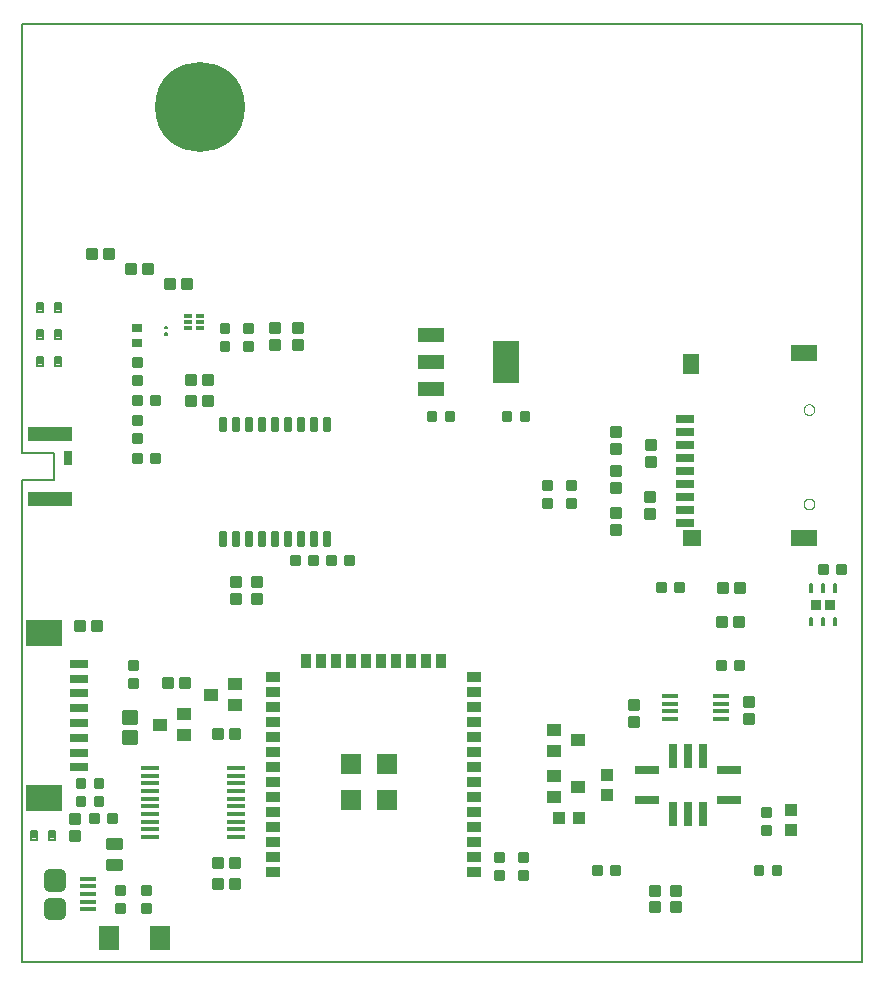
<source format=gtp>
G75*
%MOIN*%
%OFA0B0*%
%FSLAX25Y25*%
%IPPOS*%
%LPD*%
%AMOC8*
5,1,8,0,0,1.08239X$1,22.5*
%
%ADD10C,0.00600*%
%ADD11R,0.04724X0.03543*%
%ADD12R,0.03543X0.04724*%
%ADD13R,0.07000X0.07000*%
%ADD14R,0.03660X0.03824*%
%ADD15R,0.03667X0.03822*%
%ADD16C,0.00827*%
%ADD17R,0.06299X0.02756*%
%ADD18R,0.06299X0.05512*%
%ADD19R,0.08661X0.05512*%
%ADD20R,0.05512X0.07087*%
%ADD21C,0.00000*%
%ADD22C,0.01250*%
%ADD23R,0.02953X0.01181*%
%ADD24R,0.02953X0.04724*%
%ADD25R,0.14961X0.04528*%
%ADD26C,0.00550*%
%ADD27C,0.30000*%
%ADD28R,0.12205X0.08661*%
%ADD29R,0.06299X0.03150*%
%ADD30C,0.03740*%
%ADD31R,0.05315X0.01575*%
%ADD32C,0.01000*%
%ADD33C,0.00875*%
%ADD34R,0.03543X0.02756*%
%ADD35R,0.04500X0.04000*%
%ADD36R,0.09000X0.05000*%
%ADD37R,0.08500X0.14000*%
%ADD38R,0.05906X0.01575*%
%ADD39R,0.07000X0.08000*%
%ADD40R,0.07874X0.02756*%
%ADD41R,0.02756X0.07874*%
%ADD42R,0.04331X0.03937*%
%ADD43R,0.03937X0.04331*%
%ADD44C,0.00750*%
%ADD45R,0.05709X0.01772*%
D10*
X0011353Y0001400D02*
X0011353Y0161900D01*
X0022103Y0161900D01*
X0022103Y0170900D01*
X0011353Y0170900D01*
X0011353Y0313900D01*
X0291353Y0313900D01*
X0291353Y0001400D01*
X0011353Y0001400D01*
D11*
X0095138Y0031215D03*
X0095138Y0036215D03*
X0095138Y0041215D03*
X0095138Y0046215D03*
X0095138Y0051215D03*
X0095138Y0056215D03*
X0095138Y0061215D03*
X0095138Y0066215D03*
X0095138Y0071215D03*
X0095138Y0076215D03*
X0095138Y0081215D03*
X0095138Y0086215D03*
X0095138Y0091215D03*
X0095138Y0096215D03*
X0162068Y0096215D03*
X0162068Y0091215D03*
X0162068Y0086215D03*
X0162068Y0081215D03*
X0162068Y0076215D03*
X0162068Y0071215D03*
X0162068Y0066215D03*
X0162068Y0061215D03*
X0162068Y0056215D03*
X0162068Y0051215D03*
X0162068Y0046215D03*
X0162068Y0041215D03*
X0162068Y0036215D03*
X0162068Y0031215D03*
D12*
X0151044Y0101687D03*
X0146044Y0101687D03*
X0141044Y0101687D03*
X0136044Y0101687D03*
X0131044Y0101687D03*
X0126044Y0101687D03*
X0121044Y0101687D03*
X0116044Y0101687D03*
X0111044Y0101687D03*
X0106044Y0101687D03*
D13*
X0121103Y0067400D03*
X0121103Y0055400D03*
X0133103Y0055400D03*
X0133103Y0067400D03*
D14*
X0276167Y0120397D03*
D15*
X0280541Y0120399D03*
D16*
X0281876Y0124770D02*
X0281876Y0127330D01*
X0282704Y0127330D01*
X0282704Y0124770D01*
X0281876Y0124770D01*
X0281876Y0125596D02*
X0282704Y0125596D01*
X0282704Y0126422D02*
X0281876Y0126422D01*
X0281876Y0127248D02*
X0282704Y0127248D01*
X0277939Y0127330D02*
X0277939Y0124770D01*
X0277939Y0127330D02*
X0278767Y0127330D01*
X0278767Y0124770D01*
X0277939Y0124770D01*
X0277939Y0125596D02*
X0278767Y0125596D01*
X0278767Y0126422D02*
X0277939Y0126422D01*
X0277939Y0127248D02*
X0278767Y0127248D01*
X0274002Y0127330D02*
X0274002Y0124770D01*
X0274002Y0127330D02*
X0274830Y0127330D01*
X0274830Y0124770D01*
X0274002Y0124770D01*
X0274002Y0125596D02*
X0274830Y0125596D01*
X0274830Y0126422D02*
X0274002Y0126422D01*
X0274002Y0127248D02*
X0274830Y0127248D01*
X0274830Y0116030D02*
X0274830Y0113470D01*
X0274002Y0113470D01*
X0274002Y0116030D01*
X0274830Y0116030D01*
X0274830Y0114296D02*
X0274002Y0114296D01*
X0274002Y0115122D02*
X0274830Y0115122D01*
X0274830Y0115948D02*
X0274002Y0115948D01*
X0278767Y0116030D02*
X0278767Y0113470D01*
X0277939Y0113470D01*
X0277939Y0116030D01*
X0278767Y0116030D01*
X0278767Y0114296D02*
X0277939Y0114296D01*
X0277939Y0115122D02*
X0278767Y0115122D01*
X0278767Y0115948D02*
X0277939Y0115948D01*
X0282704Y0116030D02*
X0282704Y0113470D01*
X0281876Y0113470D01*
X0281876Y0116030D01*
X0282704Y0116030D01*
X0282704Y0114296D02*
X0281876Y0114296D01*
X0281876Y0115122D02*
X0282704Y0115122D01*
X0282704Y0115948D02*
X0281876Y0115948D01*
D17*
X0232353Y0147613D03*
X0232353Y0151943D03*
X0232353Y0156274D03*
X0232353Y0160605D03*
X0232353Y0164935D03*
X0232353Y0169266D03*
X0232353Y0173597D03*
X0232353Y0177928D03*
X0232353Y0182258D03*
D18*
X0234715Y0142494D03*
D19*
X0272117Y0142494D03*
X0272117Y0204306D03*
D20*
X0234322Y0200762D03*
D21*
X0271920Y0185408D02*
X0271922Y0185492D01*
X0271928Y0185575D01*
X0271938Y0185658D01*
X0271952Y0185741D01*
X0271969Y0185823D01*
X0271991Y0185904D01*
X0272016Y0185983D01*
X0272045Y0186062D01*
X0272078Y0186139D01*
X0272114Y0186214D01*
X0272154Y0186288D01*
X0272197Y0186360D01*
X0272244Y0186429D01*
X0272294Y0186496D01*
X0272347Y0186561D01*
X0272403Y0186623D01*
X0272461Y0186683D01*
X0272523Y0186740D01*
X0272587Y0186793D01*
X0272654Y0186844D01*
X0272723Y0186891D01*
X0272794Y0186936D01*
X0272867Y0186976D01*
X0272942Y0187013D01*
X0273019Y0187047D01*
X0273097Y0187077D01*
X0273176Y0187103D01*
X0273257Y0187126D01*
X0273339Y0187144D01*
X0273421Y0187159D01*
X0273504Y0187170D01*
X0273587Y0187177D01*
X0273671Y0187180D01*
X0273755Y0187179D01*
X0273838Y0187174D01*
X0273922Y0187165D01*
X0274004Y0187152D01*
X0274086Y0187136D01*
X0274167Y0187115D01*
X0274248Y0187091D01*
X0274326Y0187063D01*
X0274404Y0187031D01*
X0274480Y0186995D01*
X0274554Y0186956D01*
X0274626Y0186914D01*
X0274696Y0186868D01*
X0274764Y0186819D01*
X0274829Y0186767D01*
X0274892Y0186712D01*
X0274952Y0186654D01*
X0275010Y0186593D01*
X0275064Y0186529D01*
X0275116Y0186463D01*
X0275164Y0186395D01*
X0275209Y0186324D01*
X0275250Y0186251D01*
X0275289Y0186177D01*
X0275323Y0186101D01*
X0275354Y0186023D01*
X0275381Y0185944D01*
X0275405Y0185863D01*
X0275424Y0185782D01*
X0275440Y0185700D01*
X0275452Y0185617D01*
X0275460Y0185533D01*
X0275464Y0185450D01*
X0275464Y0185366D01*
X0275460Y0185283D01*
X0275452Y0185199D01*
X0275440Y0185116D01*
X0275424Y0185034D01*
X0275405Y0184953D01*
X0275381Y0184872D01*
X0275354Y0184793D01*
X0275323Y0184715D01*
X0275289Y0184639D01*
X0275250Y0184565D01*
X0275209Y0184492D01*
X0275164Y0184421D01*
X0275116Y0184353D01*
X0275064Y0184287D01*
X0275010Y0184223D01*
X0274952Y0184162D01*
X0274892Y0184104D01*
X0274829Y0184049D01*
X0274764Y0183997D01*
X0274696Y0183948D01*
X0274626Y0183902D01*
X0274554Y0183860D01*
X0274480Y0183821D01*
X0274404Y0183785D01*
X0274326Y0183753D01*
X0274248Y0183725D01*
X0274167Y0183701D01*
X0274086Y0183680D01*
X0274004Y0183664D01*
X0273922Y0183651D01*
X0273838Y0183642D01*
X0273755Y0183637D01*
X0273671Y0183636D01*
X0273587Y0183639D01*
X0273504Y0183646D01*
X0273421Y0183657D01*
X0273339Y0183672D01*
X0273257Y0183690D01*
X0273176Y0183713D01*
X0273097Y0183739D01*
X0273019Y0183769D01*
X0272942Y0183803D01*
X0272867Y0183840D01*
X0272794Y0183880D01*
X0272723Y0183925D01*
X0272654Y0183972D01*
X0272587Y0184023D01*
X0272523Y0184076D01*
X0272461Y0184133D01*
X0272403Y0184193D01*
X0272347Y0184255D01*
X0272294Y0184320D01*
X0272244Y0184387D01*
X0272197Y0184456D01*
X0272154Y0184528D01*
X0272114Y0184602D01*
X0272078Y0184677D01*
X0272045Y0184754D01*
X0272016Y0184833D01*
X0271991Y0184912D01*
X0271969Y0184993D01*
X0271952Y0185075D01*
X0271938Y0185158D01*
X0271928Y0185241D01*
X0271922Y0185324D01*
X0271920Y0185408D01*
X0271920Y0153912D02*
X0271922Y0153996D01*
X0271928Y0154079D01*
X0271938Y0154162D01*
X0271952Y0154245D01*
X0271969Y0154327D01*
X0271991Y0154408D01*
X0272016Y0154487D01*
X0272045Y0154566D01*
X0272078Y0154643D01*
X0272114Y0154718D01*
X0272154Y0154792D01*
X0272197Y0154864D01*
X0272244Y0154933D01*
X0272294Y0155000D01*
X0272347Y0155065D01*
X0272403Y0155127D01*
X0272461Y0155187D01*
X0272523Y0155244D01*
X0272587Y0155297D01*
X0272654Y0155348D01*
X0272723Y0155395D01*
X0272794Y0155440D01*
X0272867Y0155480D01*
X0272942Y0155517D01*
X0273019Y0155551D01*
X0273097Y0155581D01*
X0273176Y0155607D01*
X0273257Y0155630D01*
X0273339Y0155648D01*
X0273421Y0155663D01*
X0273504Y0155674D01*
X0273587Y0155681D01*
X0273671Y0155684D01*
X0273755Y0155683D01*
X0273838Y0155678D01*
X0273922Y0155669D01*
X0274004Y0155656D01*
X0274086Y0155640D01*
X0274167Y0155619D01*
X0274248Y0155595D01*
X0274326Y0155567D01*
X0274404Y0155535D01*
X0274480Y0155499D01*
X0274554Y0155460D01*
X0274626Y0155418D01*
X0274696Y0155372D01*
X0274764Y0155323D01*
X0274829Y0155271D01*
X0274892Y0155216D01*
X0274952Y0155158D01*
X0275010Y0155097D01*
X0275064Y0155033D01*
X0275116Y0154967D01*
X0275164Y0154899D01*
X0275209Y0154828D01*
X0275250Y0154755D01*
X0275289Y0154681D01*
X0275323Y0154605D01*
X0275354Y0154527D01*
X0275381Y0154448D01*
X0275405Y0154367D01*
X0275424Y0154286D01*
X0275440Y0154204D01*
X0275452Y0154121D01*
X0275460Y0154037D01*
X0275464Y0153954D01*
X0275464Y0153870D01*
X0275460Y0153787D01*
X0275452Y0153703D01*
X0275440Y0153620D01*
X0275424Y0153538D01*
X0275405Y0153457D01*
X0275381Y0153376D01*
X0275354Y0153297D01*
X0275323Y0153219D01*
X0275289Y0153143D01*
X0275250Y0153069D01*
X0275209Y0152996D01*
X0275164Y0152925D01*
X0275116Y0152857D01*
X0275064Y0152791D01*
X0275010Y0152727D01*
X0274952Y0152666D01*
X0274892Y0152608D01*
X0274829Y0152553D01*
X0274764Y0152501D01*
X0274696Y0152452D01*
X0274626Y0152406D01*
X0274554Y0152364D01*
X0274480Y0152325D01*
X0274404Y0152289D01*
X0274326Y0152257D01*
X0274248Y0152229D01*
X0274167Y0152205D01*
X0274086Y0152184D01*
X0274004Y0152168D01*
X0273922Y0152155D01*
X0273838Y0152146D01*
X0273755Y0152141D01*
X0273671Y0152140D01*
X0273587Y0152143D01*
X0273504Y0152150D01*
X0273421Y0152161D01*
X0273339Y0152176D01*
X0273257Y0152194D01*
X0273176Y0152217D01*
X0273097Y0152243D01*
X0273019Y0152273D01*
X0272942Y0152307D01*
X0272867Y0152344D01*
X0272794Y0152384D01*
X0272723Y0152429D01*
X0272654Y0152476D01*
X0272587Y0152527D01*
X0272523Y0152580D01*
X0272461Y0152637D01*
X0272403Y0152697D01*
X0272347Y0152759D01*
X0272294Y0152824D01*
X0272244Y0152891D01*
X0272197Y0152960D01*
X0272154Y0153032D01*
X0272114Y0153106D01*
X0272078Y0153181D01*
X0272045Y0153258D01*
X0272016Y0153337D01*
X0271991Y0153416D01*
X0271969Y0153497D01*
X0271952Y0153579D01*
X0271938Y0153662D01*
X0271928Y0153745D01*
X0271922Y0153828D01*
X0271920Y0153912D01*
X0022034Y0161872D02*
X0011404Y0161872D01*
X0011404Y0127817D01*
X0022034Y0161872D02*
X0022034Y0170928D01*
X0011404Y0170928D01*
X0011404Y0186872D01*
D22*
X0077655Y0182369D02*
X0077655Y0178619D01*
X0077655Y0182369D02*
X0078905Y0182369D01*
X0078905Y0178619D01*
X0077655Y0178619D01*
X0077655Y0179868D02*
X0078905Y0179868D01*
X0078905Y0181117D02*
X0077655Y0181117D01*
X0077655Y0182366D02*
X0078905Y0182366D01*
X0081986Y0182369D02*
X0081986Y0178619D01*
X0081986Y0182369D02*
X0083236Y0182369D01*
X0083236Y0178619D01*
X0081986Y0178619D01*
X0081986Y0179868D02*
X0083236Y0179868D01*
X0083236Y0181117D02*
X0081986Y0181117D01*
X0081986Y0182366D02*
X0083236Y0182366D01*
X0086317Y0182369D02*
X0086317Y0178619D01*
X0086317Y0182369D02*
X0087567Y0182369D01*
X0087567Y0178619D01*
X0086317Y0178619D01*
X0086317Y0179868D02*
X0087567Y0179868D01*
X0087567Y0181117D02*
X0086317Y0181117D01*
X0086317Y0182366D02*
X0087567Y0182366D01*
X0090647Y0182369D02*
X0090647Y0178619D01*
X0090647Y0182369D02*
X0091897Y0182369D01*
X0091897Y0178619D01*
X0090647Y0178619D01*
X0090647Y0179868D02*
X0091897Y0179868D01*
X0091897Y0181117D02*
X0090647Y0181117D01*
X0090647Y0182366D02*
X0091897Y0182366D01*
X0094978Y0182369D02*
X0094978Y0178619D01*
X0094978Y0182369D02*
X0096228Y0182369D01*
X0096228Y0178619D01*
X0094978Y0178619D01*
X0094978Y0179868D02*
X0096228Y0179868D01*
X0096228Y0181117D02*
X0094978Y0181117D01*
X0094978Y0182366D02*
X0096228Y0182366D01*
X0099309Y0182369D02*
X0099309Y0178619D01*
X0099309Y0182369D02*
X0100559Y0182369D01*
X0100559Y0178619D01*
X0099309Y0178619D01*
X0099309Y0179868D02*
X0100559Y0179868D01*
X0100559Y0181117D02*
X0099309Y0181117D01*
X0099309Y0182366D02*
X0100559Y0182366D01*
X0103639Y0182369D02*
X0103639Y0178619D01*
X0103639Y0182369D02*
X0104889Y0182369D01*
X0104889Y0178619D01*
X0103639Y0178619D01*
X0103639Y0179868D02*
X0104889Y0179868D01*
X0104889Y0181117D02*
X0103639Y0181117D01*
X0103639Y0182366D02*
X0104889Y0182366D01*
X0107970Y0182369D02*
X0107970Y0178619D01*
X0107970Y0182369D02*
X0109220Y0182369D01*
X0109220Y0178619D01*
X0107970Y0178619D01*
X0107970Y0179868D02*
X0109220Y0179868D01*
X0109220Y0181117D02*
X0107970Y0181117D01*
X0107970Y0182366D02*
X0109220Y0182366D01*
X0112301Y0182369D02*
X0112301Y0178619D01*
X0112301Y0182369D02*
X0113551Y0182369D01*
X0113551Y0178619D01*
X0112301Y0178619D01*
X0112301Y0179868D02*
X0113551Y0179868D01*
X0113551Y0181117D02*
X0112301Y0181117D01*
X0112301Y0182366D02*
X0113551Y0182366D01*
X0112301Y0144181D02*
X0112301Y0140431D01*
X0112301Y0144181D02*
X0113551Y0144181D01*
X0113551Y0140431D01*
X0112301Y0140431D01*
X0112301Y0141680D02*
X0113551Y0141680D01*
X0113551Y0142929D02*
X0112301Y0142929D01*
X0112301Y0144178D02*
X0113551Y0144178D01*
X0107970Y0144181D02*
X0107970Y0140431D01*
X0107970Y0144181D02*
X0109220Y0144181D01*
X0109220Y0140431D01*
X0107970Y0140431D01*
X0107970Y0141680D02*
X0109220Y0141680D01*
X0109220Y0142929D02*
X0107970Y0142929D01*
X0107970Y0144178D02*
X0109220Y0144178D01*
X0103639Y0144181D02*
X0103639Y0140431D01*
X0103639Y0144181D02*
X0104889Y0144181D01*
X0104889Y0140431D01*
X0103639Y0140431D01*
X0103639Y0141680D02*
X0104889Y0141680D01*
X0104889Y0142929D02*
X0103639Y0142929D01*
X0103639Y0144178D02*
X0104889Y0144178D01*
X0099309Y0144181D02*
X0099309Y0140431D01*
X0099309Y0144181D02*
X0100559Y0144181D01*
X0100559Y0140431D01*
X0099309Y0140431D01*
X0099309Y0141680D02*
X0100559Y0141680D01*
X0100559Y0142929D02*
X0099309Y0142929D01*
X0099309Y0144178D02*
X0100559Y0144178D01*
X0094978Y0144181D02*
X0094978Y0140431D01*
X0094978Y0144181D02*
X0096228Y0144181D01*
X0096228Y0140431D01*
X0094978Y0140431D01*
X0094978Y0141680D02*
X0096228Y0141680D01*
X0096228Y0142929D02*
X0094978Y0142929D01*
X0094978Y0144178D02*
X0096228Y0144178D01*
X0090647Y0144181D02*
X0090647Y0140431D01*
X0090647Y0144181D02*
X0091897Y0144181D01*
X0091897Y0140431D01*
X0090647Y0140431D01*
X0090647Y0141680D02*
X0091897Y0141680D01*
X0091897Y0142929D02*
X0090647Y0142929D01*
X0090647Y0144178D02*
X0091897Y0144178D01*
X0086317Y0144181D02*
X0086317Y0140431D01*
X0086317Y0144181D02*
X0087567Y0144181D01*
X0087567Y0140431D01*
X0086317Y0140431D01*
X0086317Y0141680D02*
X0087567Y0141680D01*
X0087567Y0142929D02*
X0086317Y0142929D01*
X0086317Y0144178D02*
X0087567Y0144178D01*
X0081986Y0144181D02*
X0081986Y0140431D01*
X0081986Y0144181D02*
X0083236Y0144181D01*
X0083236Y0140431D01*
X0081986Y0140431D01*
X0081986Y0141680D02*
X0083236Y0141680D01*
X0083236Y0142929D02*
X0081986Y0142929D01*
X0081986Y0144178D02*
X0083236Y0144178D01*
X0077655Y0144181D02*
X0077655Y0140431D01*
X0077655Y0144181D02*
X0078905Y0144181D01*
X0078905Y0140431D01*
X0077655Y0140431D01*
X0077655Y0141680D02*
X0078905Y0141680D01*
X0078905Y0142929D02*
X0077655Y0142929D01*
X0077655Y0144178D02*
X0078905Y0144178D01*
X0049478Y0084562D02*
X0049478Y0080812D01*
X0045228Y0080812D01*
X0045228Y0084562D01*
X0049478Y0084562D01*
X0049478Y0082061D02*
X0045228Y0082061D01*
X0045228Y0083310D02*
X0049478Y0083310D01*
X0049478Y0084559D02*
X0045228Y0084559D01*
X0049478Y0077988D02*
X0049478Y0074238D01*
X0045228Y0074238D01*
X0045228Y0077988D01*
X0049478Y0077988D01*
X0049478Y0075487D02*
X0045228Y0075487D01*
X0045228Y0076736D02*
X0049478Y0076736D01*
X0049478Y0077985D02*
X0045228Y0077985D01*
D23*
X0066634Y0212681D03*
X0066634Y0214650D03*
X0066634Y0216619D03*
X0070572Y0216619D03*
X0070572Y0214650D03*
X0070572Y0212681D03*
D24*
X0026857Y0169156D03*
D25*
X0020853Y0177128D03*
X0020853Y0155672D03*
D26*
X0059703Y0210275D02*
X0059703Y0210825D01*
X0059703Y0210275D02*
X0059003Y0210275D01*
X0059003Y0210825D01*
X0059703Y0210825D01*
X0059703Y0210824D02*
X0059003Y0210824D01*
X0059703Y0212475D02*
X0059703Y0213025D01*
X0059703Y0212475D02*
X0059003Y0212475D01*
X0059003Y0213025D01*
X0059703Y0213025D01*
X0059703Y0213024D02*
X0059003Y0213024D01*
D27*
X0070853Y0286150D03*
D28*
X0018849Y0110861D03*
X0018849Y0055939D03*
D29*
X0030503Y0066176D03*
X0030503Y0071097D03*
X0030503Y0076018D03*
X0030503Y0080939D03*
X0030503Y0085861D03*
X0030503Y0090782D03*
X0030503Y0095703D03*
X0030503Y0100624D03*
D30*
X0023973Y0026754D02*
X0020233Y0026754D01*
X0020233Y0030494D01*
X0023973Y0030494D01*
X0023973Y0026754D01*
X0023973Y0030493D02*
X0020233Y0030493D01*
X0020233Y0017306D02*
X0023973Y0017306D01*
X0020233Y0017306D02*
X0020233Y0021046D01*
X0023973Y0021046D01*
X0023973Y0017306D01*
X0023973Y0021045D02*
X0020233Y0021045D01*
D31*
X0033422Y0021341D03*
X0033422Y0023900D03*
X0033422Y0026459D03*
X0033422Y0029018D03*
X0033422Y0018782D03*
D32*
X0044267Y0032396D02*
X0044267Y0035396D01*
X0044267Y0032396D02*
X0039767Y0032396D01*
X0039767Y0035396D01*
X0044267Y0035396D01*
X0044267Y0033395D02*
X0039767Y0033395D01*
X0039767Y0034394D02*
X0044267Y0034394D01*
X0044267Y0035393D02*
X0039767Y0035393D01*
X0044267Y0039396D02*
X0044267Y0042396D01*
X0044267Y0039396D02*
X0039767Y0039396D01*
X0039767Y0042396D01*
X0044267Y0042396D01*
X0044267Y0040395D02*
X0039767Y0040395D01*
X0039767Y0041394D02*
X0044267Y0041394D01*
X0044267Y0042393D02*
X0039767Y0042393D01*
X0027353Y0041863D02*
X0027353Y0044863D01*
X0030353Y0044863D01*
X0030353Y0041863D01*
X0027353Y0041863D01*
X0027353Y0042862D02*
X0030353Y0042862D01*
X0030353Y0043861D02*
X0027353Y0043861D01*
X0027353Y0044860D02*
X0030353Y0044860D01*
X0027353Y0047437D02*
X0027353Y0050437D01*
X0030353Y0050437D01*
X0030353Y0047437D01*
X0027353Y0047437D01*
X0027353Y0048436D02*
X0030353Y0048436D01*
X0030353Y0049435D02*
X0027353Y0049435D01*
X0027353Y0050434D02*
X0030353Y0050434D01*
X0058316Y0092900D02*
X0061316Y0092900D01*
X0058316Y0092900D02*
X0058316Y0095900D01*
X0061316Y0095900D01*
X0061316Y0092900D01*
X0061316Y0093899D02*
X0058316Y0093899D01*
X0058316Y0094898D02*
X0061316Y0094898D01*
X0061316Y0095897D02*
X0058316Y0095897D01*
X0063890Y0092900D02*
X0066890Y0092900D01*
X0063890Y0092900D02*
X0063890Y0095900D01*
X0066890Y0095900D01*
X0066890Y0092900D01*
X0066890Y0093899D02*
X0063890Y0093899D01*
X0063890Y0094898D02*
X0066890Y0094898D01*
X0066890Y0095897D02*
X0063890Y0095897D01*
X0075066Y0075900D02*
X0078066Y0075900D01*
X0075066Y0075900D02*
X0075066Y0078900D01*
X0078066Y0078900D01*
X0078066Y0075900D01*
X0078066Y0076899D02*
X0075066Y0076899D01*
X0075066Y0077898D02*
X0078066Y0077898D01*
X0078066Y0078897D02*
X0075066Y0078897D01*
X0080640Y0075900D02*
X0083640Y0075900D01*
X0080640Y0075900D02*
X0080640Y0078900D01*
X0083640Y0078900D01*
X0083640Y0075900D01*
X0083640Y0076899D02*
X0080640Y0076899D01*
X0080640Y0077898D02*
X0083640Y0077898D01*
X0083640Y0078897D02*
X0080640Y0078897D01*
X0081103Y0120863D02*
X0081103Y0123863D01*
X0084103Y0123863D01*
X0084103Y0120863D01*
X0081103Y0120863D01*
X0081103Y0121862D02*
X0084103Y0121862D01*
X0084103Y0122861D02*
X0081103Y0122861D01*
X0081103Y0123860D02*
X0084103Y0123860D01*
X0081103Y0126437D02*
X0081103Y0129437D01*
X0084103Y0129437D01*
X0084103Y0126437D01*
X0081103Y0126437D01*
X0081103Y0127436D02*
X0084103Y0127436D01*
X0084103Y0128435D02*
X0081103Y0128435D01*
X0081103Y0129434D02*
X0084103Y0129434D01*
X0088103Y0129437D02*
X0088103Y0126437D01*
X0088103Y0129437D02*
X0091103Y0129437D01*
X0091103Y0126437D01*
X0088103Y0126437D01*
X0088103Y0127436D02*
X0091103Y0127436D01*
X0091103Y0128435D02*
X0088103Y0128435D01*
X0088103Y0129434D02*
X0091103Y0129434D01*
X0088103Y0123863D02*
X0088103Y0120863D01*
X0088103Y0123863D02*
X0091103Y0123863D01*
X0091103Y0120863D01*
X0088103Y0120863D01*
X0088103Y0121862D02*
X0091103Y0121862D01*
X0091103Y0122861D02*
X0088103Y0122861D01*
X0088103Y0123860D02*
X0091103Y0123860D01*
X0037640Y0111900D02*
X0034640Y0111900D01*
X0034640Y0114900D01*
X0037640Y0114900D01*
X0037640Y0111900D01*
X0037640Y0112899D02*
X0034640Y0112899D01*
X0034640Y0113898D02*
X0037640Y0113898D01*
X0037640Y0114897D02*
X0034640Y0114897D01*
X0032066Y0111900D02*
X0029066Y0111900D01*
X0029066Y0114900D01*
X0032066Y0114900D01*
X0032066Y0111900D01*
X0032066Y0112899D02*
X0029066Y0112899D01*
X0029066Y0113898D02*
X0032066Y0113898D01*
X0032066Y0114897D02*
X0029066Y0114897D01*
X0066066Y0186900D02*
X0069066Y0186900D01*
X0066066Y0186900D02*
X0066066Y0189900D01*
X0069066Y0189900D01*
X0069066Y0186900D01*
X0069066Y0187899D02*
X0066066Y0187899D01*
X0066066Y0188898D02*
X0069066Y0188898D01*
X0069066Y0189897D02*
X0066066Y0189897D01*
X0066066Y0193900D02*
X0069066Y0193900D01*
X0066066Y0193900D02*
X0066066Y0196900D01*
X0069066Y0196900D01*
X0069066Y0193900D01*
X0069066Y0194899D02*
X0066066Y0194899D01*
X0066066Y0195898D02*
X0069066Y0195898D01*
X0069066Y0196897D02*
X0066066Y0196897D01*
X0071640Y0193900D02*
X0074640Y0193900D01*
X0071640Y0193900D02*
X0071640Y0196900D01*
X0074640Y0196900D01*
X0074640Y0193900D01*
X0074640Y0194899D02*
X0071640Y0194899D01*
X0071640Y0195898D02*
X0074640Y0195898D01*
X0074640Y0196897D02*
X0071640Y0196897D01*
X0071640Y0186900D02*
X0074640Y0186900D01*
X0071640Y0186900D02*
X0071640Y0189900D01*
X0074640Y0189900D01*
X0074640Y0186900D01*
X0074640Y0187899D02*
X0071640Y0187899D01*
X0071640Y0188898D02*
X0074640Y0188898D01*
X0074640Y0189897D02*
X0071640Y0189897D01*
X0097103Y0205613D02*
X0097103Y0208613D01*
X0097103Y0205613D02*
X0094103Y0205613D01*
X0094103Y0208613D01*
X0097103Y0208613D01*
X0097103Y0206612D02*
X0094103Y0206612D01*
X0094103Y0207611D02*
X0097103Y0207611D01*
X0097103Y0208610D02*
X0094103Y0208610D01*
X0097103Y0211187D02*
X0097103Y0214187D01*
X0097103Y0211187D02*
X0094103Y0211187D01*
X0094103Y0214187D01*
X0097103Y0214187D01*
X0097103Y0212186D02*
X0094103Y0212186D01*
X0094103Y0213185D02*
X0097103Y0213185D01*
X0097103Y0214184D02*
X0094103Y0214184D01*
X0104853Y0214187D02*
X0104853Y0211187D01*
X0101853Y0211187D01*
X0101853Y0214187D01*
X0104853Y0214187D01*
X0104853Y0212186D02*
X0101853Y0212186D01*
X0101853Y0213185D02*
X0104853Y0213185D01*
X0104853Y0214184D02*
X0101853Y0214184D01*
X0104853Y0208613D02*
X0104853Y0205613D01*
X0101853Y0205613D01*
X0101853Y0208613D01*
X0104853Y0208613D01*
X0104853Y0206612D02*
X0101853Y0206612D01*
X0101853Y0207611D02*
X0104853Y0207611D01*
X0104853Y0208610D02*
X0101853Y0208610D01*
X0067640Y0225900D02*
X0064640Y0225900D01*
X0064640Y0228900D01*
X0067640Y0228900D01*
X0067640Y0225900D01*
X0067640Y0226899D02*
X0064640Y0226899D01*
X0064640Y0227898D02*
X0067640Y0227898D01*
X0067640Y0228897D02*
X0064640Y0228897D01*
X0062066Y0225900D02*
X0059066Y0225900D01*
X0059066Y0228900D01*
X0062066Y0228900D01*
X0062066Y0225900D01*
X0062066Y0226899D02*
X0059066Y0226899D01*
X0059066Y0227898D02*
X0062066Y0227898D01*
X0062066Y0228897D02*
X0059066Y0228897D01*
X0054640Y0230900D02*
X0051640Y0230900D01*
X0051640Y0233900D01*
X0054640Y0233900D01*
X0054640Y0230900D01*
X0054640Y0231899D02*
X0051640Y0231899D01*
X0051640Y0232898D02*
X0054640Y0232898D01*
X0054640Y0233897D02*
X0051640Y0233897D01*
X0049066Y0230900D02*
X0046066Y0230900D01*
X0046066Y0233900D01*
X0049066Y0233900D01*
X0049066Y0230900D01*
X0049066Y0231899D02*
X0046066Y0231899D01*
X0046066Y0232898D02*
X0049066Y0232898D01*
X0049066Y0233897D02*
X0046066Y0233897D01*
X0041640Y0235900D02*
X0038640Y0235900D01*
X0038640Y0238900D01*
X0041640Y0238900D01*
X0041640Y0235900D01*
X0041640Y0236899D02*
X0038640Y0236899D01*
X0038640Y0237898D02*
X0041640Y0237898D01*
X0041640Y0238897D02*
X0038640Y0238897D01*
X0036066Y0235900D02*
X0033066Y0235900D01*
X0033066Y0238900D01*
X0036066Y0238900D01*
X0036066Y0235900D01*
X0036066Y0236899D02*
X0033066Y0236899D01*
X0033066Y0237898D02*
X0036066Y0237898D01*
X0036066Y0238897D02*
X0033066Y0238897D01*
X0207853Y0179437D02*
X0207853Y0176437D01*
X0207853Y0179437D02*
X0210853Y0179437D01*
X0210853Y0176437D01*
X0207853Y0176437D01*
X0207853Y0177436D02*
X0210853Y0177436D01*
X0210853Y0178435D02*
X0207853Y0178435D01*
X0207853Y0179434D02*
X0210853Y0179434D01*
X0207853Y0173863D02*
X0207853Y0170863D01*
X0207853Y0173863D02*
X0210853Y0173863D01*
X0210853Y0170863D01*
X0207853Y0170863D01*
X0207853Y0171862D02*
X0210853Y0171862D01*
X0210853Y0172861D02*
X0207853Y0172861D01*
X0207853Y0173860D02*
X0210853Y0173860D01*
X0207853Y0166437D02*
X0207853Y0163437D01*
X0207853Y0166437D02*
X0210853Y0166437D01*
X0210853Y0163437D01*
X0207853Y0163437D01*
X0207853Y0164436D02*
X0210853Y0164436D01*
X0210853Y0165435D02*
X0207853Y0165435D01*
X0207853Y0166434D02*
X0210853Y0166434D01*
X0207853Y0160863D02*
X0207853Y0157863D01*
X0207853Y0160863D02*
X0210853Y0160863D01*
X0210853Y0157863D01*
X0207853Y0157863D01*
X0207853Y0158862D02*
X0210853Y0158862D01*
X0210853Y0159861D02*
X0207853Y0159861D01*
X0207853Y0160860D02*
X0210853Y0160860D01*
X0219103Y0157937D02*
X0219103Y0154937D01*
X0219103Y0157937D02*
X0222103Y0157937D01*
X0222103Y0154937D01*
X0219103Y0154937D01*
X0219103Y0155936D02*
X0222103Y0155936D01*
X0222103Y0156935D02*
X0219103Y0156935D01*
X0219103Y0157934D02*
X0222103Y0157934D01*
X0219103Y0152363D02*
X0219103Y0149363D01*
X0219103Y0152363D02*
X0222103Y0152363D01*
X0222103Y0149363D01*
X0219103Y0149363D01*
X0219103Y0150362D02*
X0222103Y0150362D01*
X0222103Y0151361D02*
X0219103Y0151361D01*
X0219103Y0152360D02*
X0222103Y0152360D01*
X0210853Y0152437D02*
X0210853Y0149437D01*
X0207853Y0149437D01*
X0207853Y0152437D01*
X0210853Y0152437D01*
X0210853Y0150436D02*
X0207853Y0150436D01*
X0207853Y0151435D02*
X0210853Y0151435D01*
X0210853Y0152434D02*
X0207853Y0152434D01*
X0210853Y0146863D02*
X0210853Y0143863D01*
X0207853Y0143863D01*
X0207853Y0146863D01*
X0210853Y0146863D01*
X0210853Y0144862D02*
X0207853Y0144862D01*
X0207853Y0145861D02*
X0210853Y0145861D01*
X0210853Y0146860D02*
X0207853Y0146860D01*
X0219353Y0166613D02*
X0219353Y0169613D01*
X0222353Y0169613D01*
X0222353Y0166613D01*
X0219353Y0166613D01*
X0219353Y0167612D02*
X0222353Y0167612D01*
X0222353Y0168611D02*
X0219353Y0168611D01*
X0219353Y0169610D02*
X0222353Y0169610D01*
X0219353Y0172187D02*
X0219353Y0175187D01*
X0222353Y0175187D01*
X0222353Y0172187D01*
X0219353Y0172187D01*
X0219353Y0173186D02*
X0222353Y0173186D01*
X0222353Y0174185D02*
X0219353Y0174185D01*
X0219353Y0175184D02*
X0222353Y0175184D01*
X0243316Y0127650D02*
X0246316Y0127650D01*
X0246316Y0124650D01*
X0243316Y0124650D01*
X0243316Y0127650D01*
X0243316Y0125649D02*
X0246316Y0125649D01*
X0246316Y0126648D02*
X0243316Y0126648D01*
X0243316Y0127647D02*
X0246316Y0127647D01*
X0248890Y0127650D02*
X0251890Y0127650D01*
X0251890Y0124650D01*
X0248890Y0124650D01*
X0248890Y0127650D01*
X0248890Y0125649D02*
X0251890Y0125649D01*
X0251890Y0126648D02*
X0248890Y0126648D01*
X0248890Y0127647D02*
X0251890Y0127647D01*
X0251640Y0116150D02*
X0248640Y0116150D01*
X0251640Y0116150D02*
X0251640Y0113150D01*
X0248640Y0113150D01*
X0248640Y0116150D01*
X0248640Y0114149D02*
X0251640Y0114149D01*
X0251640Y0115148D02*
X0248640Y0115148D01*
X0248640Y0116147D02*
X0251640Y0116147D01*
X0246066Y0116150D02*
X0243066Y0116150D01*
X0246066Y0116150D02*
X0246066Y0113150D01*
X0243066Y0113150D01*
X0243066Y0116150D01*
X0243066Y0114149D02*
X0246066Y0114149D01*
X0246066Y0115148D02*
X0243066Y0115148D01*
X0243066Y0116147D02*
X0246066Y0116147D01*
X0252103Y0089437D02*
X0252103Y0086437D01*
X0252103Y0089437D02*
X0255103Y0089437D01*
X0255103Y0086437D01*
X0252103Y0086437D01*
X0252103Y0087436D02*
X0255103Y0087436D01*
X0255103Y0088435D02*
X0252103Y0088435D01*
X0252103Y0089434D02*
X0255103Y0089434D01*
X0252103Y0083863D02*
X0252103Y0080863D01*
X0252103Y0083863D02*
X0255103Y0083863D01*
X0255103Y0080863D01*
X0252103Y0080863D01*
X0252103Y0081862D02*
X0255103Y0081862D01*
X0255103Y0082861D02*
X0252103Y0082861D01*
X0252103Y0083860D02*
X0255103Y0083860D01*
X0216603Y0082863D02*
X0216603Y0079863D01*
X0213603Y0079863D01*
X0213603Y0082863D01*
X0216603Y0082863D01*
X0216603Y0080862D02*
X0213603Y0080862D01*
X0213603Y0081861D02*
X0216603Y0081861D01*
X0216603Y0082860D02*
X0213603Y0082860D01*
X0216603Y0085437D02*
X0216603Y0088437D01*
X0216603Y0085437D02*
X0213603Y0085437D01*
X0213603Y0088437D01*
X0216603Y0088437D01*
X0216603Y0086436D02*
X0213603Y0086436D01*
X0213603Y0087435D02*
X0216603Y0087435D01*
X0216603Y0088434D02*
X0213603Y0088434D01*
X0223853Y0026687D02*
X0223853Y0023687D01*
X0220853Y0023687D01*
X0220853Y0026687D01*
X0223853Y0026687D01*
X0223853Y0024686D02*
X0220853Y0024686D01*
X0220853Y0025685D02*
X0223853Y0025685D01*
X0223853Y0026684D02*
X0220853Y0026684D01*
X0223853Y0021113D02*
X0223853Y0018113D01*
X0220853Y0018113D01*
X0220853Y0021113D01*
X0223853Y0021113D01*
X0223853Y0019112D02*
X0220853Y0019112D01*
X0220853Y0020111D02*
X0223853Y0020111D01*
X0223853Y0021110D02*
X0220853Y0021110D01*
X0230853Y0021113D02*
X0230853Y0018113D01*
X0227853Y0018113D01*
X0227853Y0021113D01*
X0230853Y0021113D01*
X0230853Y0019112D02*
X0227853Y0019112D01*
X0227853Y0020111D02*
X0230853Y0020111D01*
X0230853Y0021110D02*
X0227853Y0021110D01*
X0230853Y0023687D02*
X0230853Y0026687D01*
X0230853Y0023687D02*
X0227853Y0023687D01*
X0227853Y0026687D01*
X0230853Y0026687D01*
X0230853Y0024686D02*
X0227853Y0024686D01*
X0227853Y0025685D02*
X0230853Y0025685D01*
X0230853Y0026684D02*
X0227853Y0026684D01*
X0083640Y0025900D02*
X0080640Y0025900D01*
X0080640Y0028900D01*
X0083640Y0028900D01*
X0083640Y0025900D01*
X0083640Y0026899D02*
X0080640Y0026899D01*
X0080640Y0027898D02*
X0083640Y0027898D01*
X0083640Y0028897D02*
X0080640Y0028897D01*
X0078066Y0025900D02*
X0075066Y0025900D01*
X0075066Y0028900D01*
X0078066Y0028900D01*
X0078066Y0025900D01*
X0078066Y0026899D02*
X0075066Y0026899D01*
X0075066Y0027898D02*
X0078066Y0027898D01*
X0078066Y0028897D02*
X0075066Y0028897D01*
X0075066Y0035900D02*
X0078066Y0035900D01*
X0078066Y0032900D01*
X0075066Y0032900D01*
X0075066Y0035900D01*
X0075066Y0033899D02*
X0078066Y0033899D01*
X0078066Y0034898D02*
X0075066Y0034898D01*
X0075066Y0035897D02*
X0078066Y0035897D01*
X0080640Y0035900D02*
X0083640Y0035900D01*
X0083640Y0032900D01*
X0080640Y0032900D01*
X0080640Y0035900D01*
X0080640Y0033899D02*
X0083640Y0033899D01*
X0083640Y0034898D02*
X0080640Y0034898D01*
X0080640Y0035897D02*
X0083640Y0035897D01*
D33*
X0053916Y0026713D02*
X0053916Y0024087D01*
X0051290Y0024087D01*
X0051290Y0026713D01*
X0053916Y0026713D01*
X0053916Y0024961D02*
X0051290Y0024961D01*
X0051290Y0025835D02*
X0053916Y0025835D01*
X0053916Y0026709D02*
X0051290Y0026709D01*
X0053916Y0020713D02*
X0053916Y0018087D01*
X0051290Y0018087D01*
X0051290Y0020713D01*
X0053916Y0020713D01*
X0053916Y0018961D02*
X0051290Y0018961D01*
X0051290Y0019835D02*
X0053916Y0019835D01*
X0053916Y0020709D02*
X0051290Y0020709D01*
X0045416Y0020713D02*
X0045416Y0018087D01*
X0042790Y0018087D01*
X0042790Y0020713D01*
X0045416Y0020713D01*
X0045416Y0018961D02*
X0042790Y0018961D01*
X0042790Y0019835D02*
X0045416Y0019835D01*
X0045416Y0020709D02*
X0042790Y0020709D01*
X0045416Y0024087D02*
X0045416Y0026713D01*
X0045416Y0024087D02*
X0042790Y0024087D01*
X0042790Y0026713D01*
X0045416Y0026713D01*
X0045416Y0024961D02*
X0042790Y0024961D01*
X0042790Y0025835D02*
X0045416Y0025835D01*
X0045416Y0026709D02*
X0042790Y0026709D01*
X0042666Y0047837D02*
X0040040Y0047837D01*
X0040040Y0050463D01*
X0042666Y0050463D01*
X0042666Y0047837D01*
X0042666Y0048711D02*
X0040040Y0048711D01*
X0040040Y0049585D02*
X0042666Y0049585D01*
X0042666Y0050459D02*
X0040040Y0050459D01*
X0036666Y0047837D02*
X0034040Y0047837D01*
X0034040Y0050463D01*
X0036666Y0050463D01*
X0036666Y0047837D01*
X0036666Y0048711D02*
X0034040Y0048711D01*
X0034040Y0049585D02*
X0036666Y0049585D01*
X0036666Y0050459D02*
X0034040Y0050459D01*
X0035540Y0053587D02*
X0038166Y0053587D01*
X0035540Y0053587D02*
X0035540Y0056213D01*
X0038166Y0056213D01*
X0038166Y0053587D01*
X0038166Y0054461D02*
X0035540Y0054461D01*
X0035540Y0055335D02*
X0038166Y0055335D01*
X0038166Y0056209D02*
X0035540Y0056209D01*
X0032166Y0053587D02*
X0029540Y0053587D01*
X0029540Y0056213D01*
X0032166Y0056213D01*
X0032166Y0053587D01*
X0032166Y0054461D02*
X0029540Y0054461D01*
X0029540Y0055335D02*
X0032166Y0055335D01*
X0032166Y0056209D02*
X0029540Y0056209D01*
X0029540Y0059587D02*
X0032166Y0059587D01*
X0029540Y0059587D02*
X0029540Y0062213D01*
X0032166Y0062213D01*
X0032166Y0059587D01*
X0032166Y0060461D02*
X0029540Y0060461D01*
X0029540Y0061335D02*
X0032166Y0061335D01*
X0032166Y0062209D02*
X0029540Y0062209D01*
X0035540Y0059587D02*
X0038166Y0059587D01*
X0035540Y0059587D02*
X0035540Y0062213D01*
X0038166Y0062213D01*
X0038166Y0059587D01*
X0038166Y0060461D02*
X0035540Y0060461D01*
X0035540Y0061335D02*
X0038166Y0061335D01*
X0038166Y0062209D02*
X0035540Y0062209D01*
X0047040Y0093087D02*
X0047040Y0095713D01*
X0049666Y0095713D01*
X0049666Y0093087D01*
X0047040Y0093087D01*
X0047040Y0093961D02*
X0049666Y0093961D01*
X0049666Y0094835D02*
X0047040Y0094835D01*
X0047040Y0095709D02*
X0049666Y0095709D01*
X0047040Y0099087D02*
X0047040Y0101713D01*
X0049666Y0101713D01*
X0049666Y0099087D01*
X0047040Y0099087D01*
X0047040Y0099961D02*
X0049666Y0099961D01*
X0049666Y0100835D02*
X0047040Y0100835D01*
X0047040Y0101709D02*
X0049666Y0101709D01*
X0101040Y0134087D02*
X0103666Y0134087D01*
X0101040Y0134087D02*
X0101040Y0136713D01*
X0103666Y0136713D01*
X0103666Y0134087D01*
X0103666Y0134961D02*
X0101040Y0134961D01*
X0101040Y0135835D02*
X0103666Y0135835D01*
X0103666Y0136709D02*
X0101040Y0136709D01*
X0107040Y0134087D02*
X0109666Y0134087D01*
X0107040Y0134087D02*
X0107040Y0136713D01*
X0109666Y0136713D01*
X0109666Y0134087D01*
X0109666Y0134961D02*
X0107040Y0134961D01*
X0107040Y0135835D02*
X0109666Y0135835D01*
X0109666Y0136709D02*
X0107040Y0136709D01*
X0113040Y0136713D02*
X0115666Y0136713D01*
X0115666Y0134087D01*
X0113040Y0134087D01*
X0113040Y0136713D01*
X0113040Y0134961D02*
X0115666Y0134961D01*
X0115666Y0135835D02*
X0113040Y0135835D01*
X0113040Y0136709D02*
X0115666Y0136709D01*
X0119040Y0136713D02*
X0121666Y0136713D01*
X0121666Y0134087D01*
X0119040Y0134087D01*
X0119040Y0136713D01*
X0119040Y0134961D02*
X0121666Y0134961D01*
X0121666Y0135835D02*
X0119040Y0135835D01*
X0119040Y0136709D02*
X0121666Y0136709D01*
X0146540Y0184713D02*
X0149166Y0184713D01*
X0149166Y0182087D01*
X0146540Y0182087D01*
X0146540Y0184713D01*
X0146540Y0182961D02*
X0149166Y0182961D01*
X0149166Y0183835D02*
X0146540Y0183835D01*
X0146540Y0184709D02*
X0149166Y0184709D01*
X0152540Y0184713D02*
X0155166Y0184713D01*
X0155166Y0182087D01*
X0152540Y0182087D01*
X0152540Y0184713D01*
X0152540Y0182961D02*
X0155166Y0182961D01*
X0155166Y0183835D02*
X0152540Y0183835D01*
X0152540Y0184709D02*
X0155166Y0184709D01*
X0171540Y0184713D02*
X0174166Y0184713D01*
X0174166Y0182087D01*
X0171540Y0182087D01*
X0171540Y0184713D01*
X0171540Y0182961D02*
X0174166Y0182961D01*
X0174166Y0183835D02*
X0171540Y0183835D01*
X0171540Y0184709D02*
X0174166Y0184709D01*
X0177540Y0184713D02*
X0180166Y0184713D01*
X0180166Y0182087D01*
X0177540Y0182087D01*
X0177540Y0184713D01*
X0177540Y0182961D02*
X0180166Y0182961D01*
X0180166Y0183835D02*
X0177540Y0183835D01*
X0177540Y0184709D02*
X0180166Y0184709D01*
X0187666Y0161713D02*
X0187666Y0159087D01*
X0185040Y0159087D01*
X0185040Y0161713D01*
X0187666Y0161713D01*
X0187666Y0159961D02*
X0185040Y0159961D01*
X0185040Y0160835D02*
X0187666Y0160835D01*
X0187666Y0161709D02*
X0185040Y0161709D01*
X0187666Y0155713D02*
X0187666Y0153087D01*
X0185040Y0153087D01*
X0185040Y0155713D01*
X0187666Y0155713D01*
X0187666Y0153961D02*
X0185040Y0153961D01*
X0185040Y0154835D02*
X0187666Y0154835D01*
X0187666Y0155709D02*
X0185040Y0155709D01*
X0195666Y0155713D02*
X0195666Y0153087D01*
X0193040Y0153087D01*
X0193040Y0155713D01*
X0195666Y0155713D01*
X0195666Y0153961D02*
X0193040Y0153961D01*
X0193040Y0154835D02*
X0195666Y0154835D01*
X0195666Y0155709D02*
X0193040Y0155709D01*
X0195666Y0159087D02*
X0195666Y0161713D01*
X0195666Y0159087D02*
X0193040Y0159087D01*
X0193040Y0161713D01*
X0195666Y0161713D01*
X0195666Y0159961D02*
X0193040Y0159961D01*
X0193040Y0160835D02*
X0195666Y0160835D01*
X0195666Y0161709D02*
X0193040Y0161709D01*
X0223040Y0125087D02*
X0225666Y0125087D01*
X0223040Y0125087D02*
X0223040Y0127713D01*
X0225666Y0127713D01*
X0225666Y0125087D01*
X0225666Y0125961D02*
X0223040Y0125961D01*
X0223040Y0126835D02*
X0225666Y0126835D01*
X0225666Y0127709D02*
X0223040Y0127709D01*
X0229040Y0125087D02*
X0231666Y0125087D01*
X0229040Y0125087D02*
X0229040Y0127713D01*
X0231666Y0127713D01*
X0231666Y0125087D01*
X0231666Y0125961D02*
X0229040Y0125961D01*
X0229040Y0126835D02*
X0231666Y0126835D01*
X0231666Y0127709D02*
X0229040Y0127709D01*
X0243040Y0101713D02*
X0245666Y0101713D01*
X0245666Y0099087D01*
X0243040Y0099087D01*
X0243040Y0101713D01*
X0243040Y0099961D02*
X0245666Y0099961D01*
X0245666Y0100835D02*
X0243040Y0100835D01*
X0243040Y0101709D02*
X0245666Y0101709D01*
X0249040Y0101713D02*
X0251666Y0101713D01*
X0251666Y0099087D01*
X0249040Y0099087D01*
X0249040Y0101713D01*
X0249040Y0099961D02*
X0251666Y0099961D01*
X0251666Y0100835D02*
X0249040Y0100835D01*
X0249040Y0101709D02*
X0251666Y0101709D01*
X0277040Y0133713D02*
X0279666Y0133713D01*
X0279666Y0131087D01*
X0277040Y0131087D01*
X0277040Y0133713D01*
X0277040Y0131961D02*
X0279666Y0131961D01*
X0279666Y0132835D02*
X0277040Y0132835D01*
X0277040Y0133709D02*
X0279666Y0133709D01*
X0283040Y0133713D02*
X0285666Y0133713D01*
X0285666Y0131087D01*
X0283040Y0131087D01*
X0283040Y0133713D01*
X0283040Y0131961D02*
X0285666Y0131961D01*
X0285666Y0132835D02*
X0283040Y0132835D01*
X0283040Y0133709D02*
X0285666Y0133709D01*
X0260666Y0052713D02*
X0260666Y0050087D01*
X0258040Y0050087D01*
X0258040Y0052713D01*
X0260666Y0052713D01*
X0260666Y0050961D02*
X0258040Y0050961D01*
X0258040Y0051835D02*
X0260666Y0051835D01*
X0260666Y0052709D02*
X0258040Y0052709D01*
X0260666Y0046713D02*
X0260666Y0044087D01*
X0258040Y0044087D01*
X0258040Y0046713D01*
X0260666Y0046713D01*
X0260666Y0044961D02*
X0258040Y0044961D01*
X0258040Y0045835D02*
X0260666Y0045835D01*
X0260666Y0046709D02*
X0258040Y0046709D01*
X0258166Y0030587D02*
X0255540Y0030587D01*
X0255540Y0033213D01*
X0258166Y0033213D01*
X0258166Y0030587D01*
X0258166Y0031461D02*
X0255540Y0031461D01*
X0255540Y0032335D02*
X0258166Y0032335D01*
X0258166Y0033209D02*
X0255540Y0033209D01*
X0261540Y0030587D02*
X0264166Y0030587D01*
X0261540Y0030587D02*
X0261540Y0033213D01*
X0264166Y0033213D01*
X0264166Y0030587D01*
X0264166Y0031461D02*
X0261540Y0031461D01*
X0261540Y0032335D02*
X0264166Y0032335D01*
X0264166Y0033209D02*
X0261540Y0033209D01*
X0210416Y0030587D02*
X0207790Y0030587D01*
X0207790Y0033213D01*
X0210416Y0033213D01*
X0210416Y0030587D01*
X0210416Y0031461D02*
X0207790Y0031461D01*
X0207790Y0032335D02*
X0210416Y0032335D01*
X0210416Y0033209D02*
X0207790Y0033209D01*
X0204416Y0030587D02*
X0201790Y0030587D01*
X0201790Y0033213D01*
X0204416Y0033213D01*
X0204416Y0030587D01*
X0204416Y0031461D02*
X0201790Y0031461D01*
X0201790Y0032335D02*
X0204416Y0032335D01*
X0204416Y0033209D02*
X0201790Y0033209D01*
X0179666Y0031713D02*
X0179666Y0029087D01*
X0177040Y0029087D01*
X0177040Y0031713D01*
X0179666Y0031713D01*
X0179666Y0029961D02*
X0177040Y0029961D01*
X0177040Y0030835D02*
X0179666Y0030835D01*
X0179666Y0031709D02*
X0177040Y0031709D01*
X0179666Y0035087D02*
X0179666Y0037713D01*
X0179666Y0035087D02*
X0177040Y0035087D01*
X0177040Y0037713D01*
X0179666Y0037713D01*
X0179666Y0035961D02*
X0177040Y0035961D01*
X0177040Y0036835D02*
X0179666Y0036835D01*
X0179666Y0037709D02*
X0177040Y0037709D01*
X0171666Y0037713D02*
X0171666Y0035087D01*
X0169040Y0035087D01*
X0169040Y0037713D01*
X0171666Y0037713D01*
X0171666Y0035961D02*
X0169040Y0035961D01*
X0169040Y0036835D02*
X0171666Y0036835D01*
X0171666Y0037709D02*
X0169040Y0037709D01*
X0171666Y0031713D02*
X0171666Y0029087D01*
X0169040Y0029087D01*
X0169040Y0031713D01*
X0171666Y0031713D01*
X0171666Y0029961D02*
X0169040Y0029961D01*
X0169040Y0030835D02*
X0171666Y0030835D01*
X0171666Y0031709D02*
X0169040Y0031709D01*
X0056916Y0170463D02*
X0054290Y0170463D01*
X0056916Y0170463D02*
X0056916Y0167837D01*
X0054290Y0167837D01*
X0054290Y0170463D01*
X0054290Y0168711D02*
X0056916Y0168711D01*
X0056916Y0169585D02*
X0054290Y0169585D01*
X0054290Y0170459D02*
X0056916Y0170459D01*
X0050916Y0170463D02*
X0048290Y0170463D01*
X0050916Y0170463D02*
X0050916Y0167837D01*
X0048290Y0167837D01*
X0048290Y0170463D01*
X0048290Y0168711D02*
X0050916Y0168711D01*
X0050916Y0169585D02*
X0048290Y0169585D01*
X0048290Y0170459D02*
X0050916Y0170459D01*
X0048290Y0174587D02*
X0048290Y0177213D01*
X0050916Y0177213D01*
X0050916Y0174587D01*
X0048290Y0174587D01*
X0048290Y0175461D02*
X0050916Y0175461D01*
X0050916Y0176335D02*
X0048290Y0176335D01*
X0048290Y0177209D02*
X0050916Y0177209D01*
X0048290Y0180587D02*
X0048290Y0183213D01*
X0050916Y0183213D01*
X0050916Y0180587D01*
X0048290Y0180587D01*
X0048290Y0181461D02*
X0050916Y0181461D01*
X0050916Y0182335D02*
X0048290Y0182335D01*
X0048290Y0183209D02*
X0050916Y0183209D01*
X0050916Y0189963D02*
X0048290Y0189963D01*
X0050916Y0189963D02*
X0050916Y0187337D01*
X0048290Y0187337D01*
X0048290Y0189963D01*
X0048290Y0188211D02*
X0050916Y0188211D01*
X0050916Y0189085D02*
X0048290Y0189085D01*
X0048290Y0189959D02*
X0050916Y0189959D01*
X0054290Y0189963D02*
X0056916Y0189963D01*
X0056916Y0187337D01*
X0054290Y0187337D01*
X0054290Y0189963D01*
X0054290Y0188211D02*
X0056916Y0188211D01*
X0056916Y0189085D02*
X0054290Y0189085D01*
X0054290Y0189959D02*
X0056916Y0189959D01*
X0048290Y0194087D02*
X0048290Y0196713D01*
X0050916Y0196713D01*
X0050916Y0194087D01*
X0048290Y0194087D01*
X0048290Y0194961D02*
X0050916Y0194961D01*
X0050916Y0195835D02*
X0048290Y0195835D01*
X0048290Y0196709D02*
X0050916Y0196709D01*
X0048290Y0200087D02*
X0048290Y0202713D01*
X0050916Y0202713D01*
X0050916Y0200087D01*
X0048290Y0200087D01*
X0048290Y0200961D02*
X0050916Y0200961D01*
X0050916Y0201835D02*
X0048290Y0201835D01*
X0048290Y0202709D02*
X0050916Y0202709D01*
X0080166Y0205337D02*
X0080166Y0207963D01*
X0080166Y0205337D02*
X0077540Y0205337D01*
X0077540Y0207963D01*
X0080166Y0207963D01*
X0080166Y0206211D02*
X0077540Y0206211D01*
X0077540Y0207085D02*
X0080166Y0207085D01*
X0080166Y0207959D02*
X0077540Y0207959D01*
X0080166Y0211337D02*
X0080166Y0213963D01*
X0080166Y0211337D02*
X0077540Y0211337D01*
X0077540Y0213963D01*
X0080166Y0213963D01*
X0080166Y0212211D02*
X0077540Y0212211D01*
X0077540Y0213085D02*
X0080166Y0213085D01*
X0080166Y0213959D02*
X0077540Y0213959D01*
X0087916Y0213963D02*
X0087916Y0211337D01*
X0085290Y0211337D01*
X0085290Y0213963D01*
X0087916Y0213963D01*
X0087916Y0212211D02*
X0085290Y0212211D01*
X0085290Y0213085D02*
X0087916Y0213085D01*
X0087916Y0213959D02*
X0085290Y0213959D01*
X0087916Y0207963D02*
X0087916Y0205337D01*
X0085290Y0205337D01*
X0085290Y0207963D01*
X0087916Y0207963D01*
X0087916Y0206211D02*
X0085290Y0206211D01*
X0085290Y0207085D02*
X0087916Y0207085D01*
X0087916Y0207959D02*
X0085290Y0207959D01*
D34*
X0049603Y0207591D03*
X0049603Y0212709D03*
D35*
X0082353Y0093900D03*
X0082353Y0086900D03*
X0074353Y0090400D03*
X0065353Y0083900D03*
X0065353Y0076900D03*
X0057353Y0080400D03*
X0188603Y0078650D03*
X0188603Y0071650D03*
X0188853Y0063150D03*
X0196853Y0059650D03*
X0188853Y0056150D03*
X0196603Y0075150D03*
D36*
X0147853Y0192400D03*
X0147853Y0201400D03*
X0147853Y0210400D03*
D37*
X0172853Y0201400D03*
D38*
X0082625Y0065916D03*
X0082625Y0063357D03*
X0082625Y0060798D03*
X0082625Y0058239D03*
X0082625Y0055680D03*
X0082625Y0053120D03*
X0082625Y0050561D03*
X0082625Y0048002D03*
X0082625Y0045443D03*
X0082625Y0042884D03*
X0054081Y0042884D03*
X0054081Y0045443D03*
X0054081Y0048002D03*
X0054081Y0050561D03*
X0054081Y0053120D03*
X0054081Y0055680D03*
X0054081Y0058239D03*
X0054081Y0060798D03*
X0054081Y0063357D03*
X0054081Y0065916D03*
D39*
X0057353Y0009400D03*
X0040353Y0009400D03*
D40*
X0219770Y0055400D03*
X0219770Y0065400D03*
X0246936Y0065400D03*
X0246936Y0055400D03*
D41*
X0238353Y0050754D03*
X0233353Y0050754D03*
X0228353Y0050754D03*
X0228353Y0070046D03*
X0233353Y0070046D03*
X0238353Y0070046D03*
D42*
X0267603Y0051996D03*
X0267603Y0045304D03*
X0206353Y0056804D03*
X0206353Y0063496D03*
D43*
X0196949Y0049400D03*
X0190257Y0049400D03*
D44*
X0022478Y0042025D02*
X0020228Y0042025D01*
X0020228Y0044775D01*
X0022478Y0044775D01*
X0022478Y0042025D01*
X0022478Y0042774D02*
X0020228Y0042774D01*
X0020228Y0043523D02*
X0022478Y0043523D01*
X0022478Y0044272D02*
X0020228Y0044272D01*
X0016478Y0042025D02*
X0014228Y0042025D01*
X0014228Y0044775D01*
X0016478Y0044775D01*
X0016478Y0042025D01*
X0016478Y0042774D02*
X0014228Y0042774D01*
X0014228Y0043523D02*
X0016478Y0043523D01*
X0016478Y0044272D02*
X0014228Y0044272D01*
X0016228Y0202775D02*
X0018478Y0202775D01*
X0018478Y0200025D01*
X0016228Y0200025D01*
X0016228Y0202775D01*
X0016228Y0200774D02*
X0018478Y0200774D01*
X0018478Y0201523D02*
X0016228Y0201523D01*
X0016228Y0202272D02*
X0018478Y0202272D01*
X0022228Y0202775D02*
X0024478Y0202775D01*
X0024478Y0200025D01*
X0022228Y0200025D01*
X0022228Y0202775D01*
X0022228Y0200774D02*
X0024478Y0200774D01*
X0024478Y0201523D02*
X0022228Y0201523D01*
X0022228Y0202272D02*
X0024478Y0202272D01*
X0024478Y0211775D02*
X0022228Y0211775D01*
X0024478Y0211775D02*
X0024478Y0209025D01*
X0022228Y0209025D01*
X0022228Y0211775D01*
X0022228Y0209774D02*
X0024478Y0209774D01*
X0024478Y0210523D02*
X0022228Y0210523D01*
X0022228Y0211272D02*
X0024478Y0211272D01*
X0024478Y0220775D02*
X0022228Y0220775D01*
X0024478Y0220775D02*
X0024478Y0218025D01*
X0022228Y0218025D01*
X0022228Y0220775D01*
X0022228Y0218774D02*
X0024478Y0218774D01*
X0024478Y0219523D02*
X0022228Y0219523D01*
X0022228Y0220272D02*
X0024478Y0220272D01*
X0018478Y0220775D02*
X0016228Y0220775D01*
X0018478Y0220775D02*
X0018478Y0218025D01*
X0016228Y0218025D01*
X0016228Y0220775D01*
X0016228Y0218774D02*
X0018478Y0218774D01*
X0018478Y0219523D02*
X0016228Y0219523D01*
X0016228Y0220272D02*
X0018478Y0220272D01*
X0018478Y0211775D02*
X0016228Y0211775D01*
X0018478Y0211775D02*
X0018478Y0209025D01*
X0016228Y0209025D01*
X0016228Y0211775D01*
X0016228Y0209774D02*
X0018478Y0209774D01*
X0018478Y0210523D02*
X0016228Y0210523D01*
X0016228Y0211272D02*
X0018478Y0211272D01*
D45*
X0227207Y0089963D03*
X0227207Y0087404D03*
X0227207Y0084845D03*
X0227207Y0082286D03*
X0244530Y0082286D03*
X0244530Y0084845D03*
X0244530Y0087404D03*
X0244530Y0089963D03*
M02*

</source>
